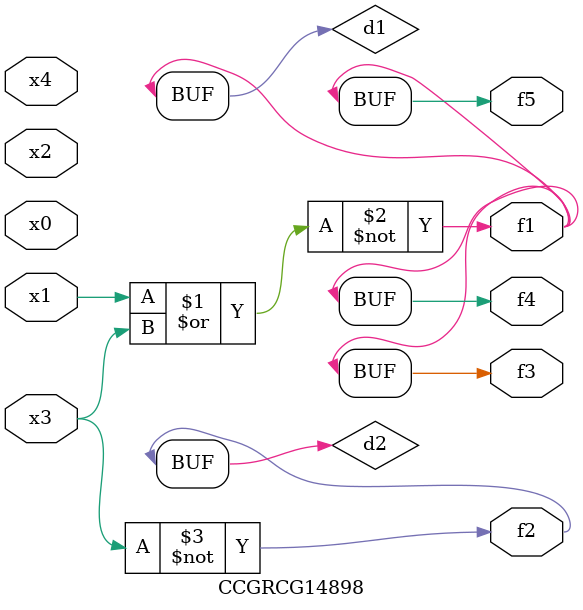
<source format=v>
module CCGRCG14898(
	input x0, x1, x2, x3, x4,
	output f1, f2, f3, f4, f5
);

	wire d1, d2;

	nor (d1, x1, x3);
	not (d2, x3);
	assign f1 = d1;
	assign f2 = d2;
	assign f3 = d1;
	assign f4 = d1;
	assign f5 = d1;
endmodule

</source>
